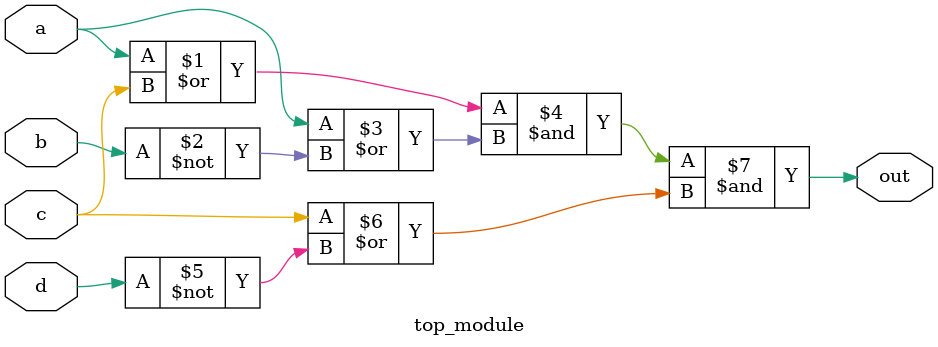
<source format=v>
module top_module(
    input a,
    input b,
    input c,
    input d,
    output out  ); 
    
    //SOP
    //assign out = a | (~b & c);
	
    //POS
    assign out = (a | c) & (a | ~b) & (c | ~d);
    
endmodule

</source>
